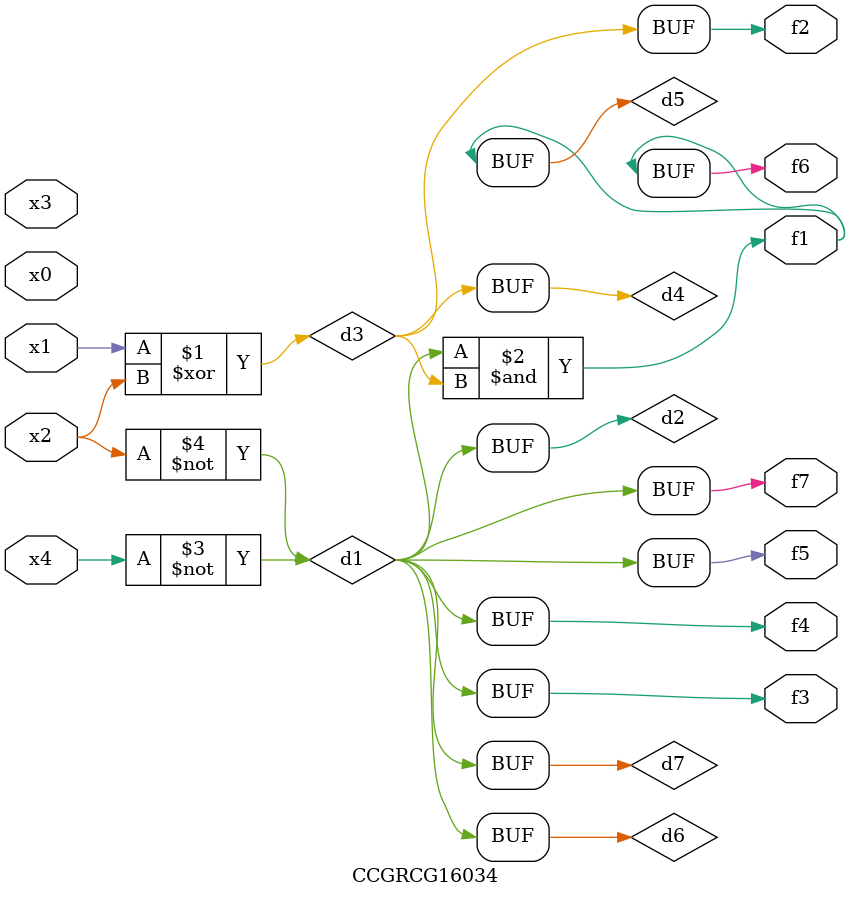
<source format=v>
module CCGRCG16034(
	input x0, x1, x2, x3, x4,
	output f1, f2, f3, f4, f5, f6, f7
);

	wire d1, d2, d3, d4, d5, d6, d7;

	not (d1, x4);
	not (d2, x2);
	xor (d3, x1, x2);
	buf (d4, d3);
	and (d5, d1, d3);
	buf (d6, d1, d2);
	buf (d7, d2);
	assign f1 = d5;
	assign f2 = d4;
	assign f3 = d7;
	assign f4 = d7;
	assign f5 = d7;
	assign f6 = d5;
	assign f7 = d7;
endmodule

</source>
